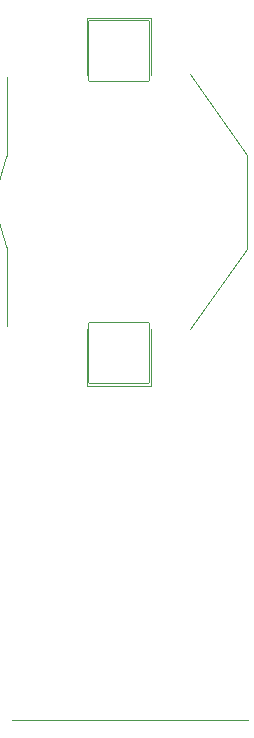
<source format=gbo>
G04 #@! TF.GenerationSoftware,KiCad,Pcbnew,7.0.9*
G04 #@! TF.CreationDate,2023-12-13T20:01:39+01:00*
G04 #@! TF.ProjectId,parasite,70617261-7369-4746-952e-6b696361645f,2.0.0*
G04 #@! TF.SameCoordinates,Original*
G04 #@! TF.FileFunction,Legend,Bot*
G04 #@! TF.FilePolarity,Positive*
%FSLAX46Y46*%
G04 Gerber Fmt 4.6, Leading zero omitted, Abs format (unit mm)*
G04 Created by KiCad (PCBNEW 7.0.9) date 2023-12-13 20:01:39*
%MOMM*%
%LPD*%
G01*
G04 APERTURE LIST*
G04 Aperture macros list*
%AMRoundRect*
0 Rectangle with rounded corners*
0 $1 Rounding radius*
0 $2 $3 $4 $5 $6 $7 $8 $9 X,Y pos of 4 corners*
0 Add a 4 corners polygon primitive as box body*
4,1,4,$2,$3,$4,$5,$6,$7,$8,$9,$2,$3,0*
0 Add four circle primitives for the rounded corners*
1,1,$1+$1,$2,$3*
1,1,$1+$1,$4,$5*
1,1,$1+$1,$6,$7*
1,1,$1+$1,$8,$9*
0 Add four rect primitives between the rounded corners*
20,1,$1+$1,$2,$3,$4,$5,0*
20,1,$1+$1,$4,$5,$6,$7,0*
20,1,$1+$1,$6,$7,$8,$9,0*
20,1,$1+$1,$8,$9,$2,$3,0*%
G04 Aperture macros list end*
%ADD10C,0.120000*%
%ADD11RoundRect,0.051000X-2.550000X2.550000X-2.550000X-2.550000X2.550000X-2.550000X2.550000X2.550000X0*%
%ADD12C,17.902000*%
G04 APERTURE END LIST*
D10*
X58000000Y-99000000D02*
X78000000Y-99000000D01*
X69850000Y-39605000D02*
X69850000Y-44405000D01*
X64350000Y-39605000D02*
X69850000Y-39605000D01*
X73150000Y-44355000D02*
X77950000Y-51205000D01*
X64350000Y-44405000D02*
X64350000Y-39605000D01*
X57600000Y-44605000D02*
X57600000Y-51305000D01*
X77950000Y-51205000D02*
X77950000Y-59105000D01*
X77950000Y-59105000D02*
X73150000Y-65905000D01*
X57600000Y-65705000D02*
X57600000Y-59005000D01*
X69850000Y-65905000D02*
X69850000Y-70705000D01*
X69850000Y-70705000D02*
X64350000Y-70705000D01*
X64350000Y-70705000D02*
X64350000Y-65905000D01*
X57598537Y-51308615D02*
G75*
G03*
X57600001Y-59005000I9501463J-3846385D01*
G01*
%LPC*%
D11*
X67100000Y-42355000D03*
X67100000Y-67955000D03*
D12*
X67100000Y-55155000D03*
%LPD*%
M02*

</source>
